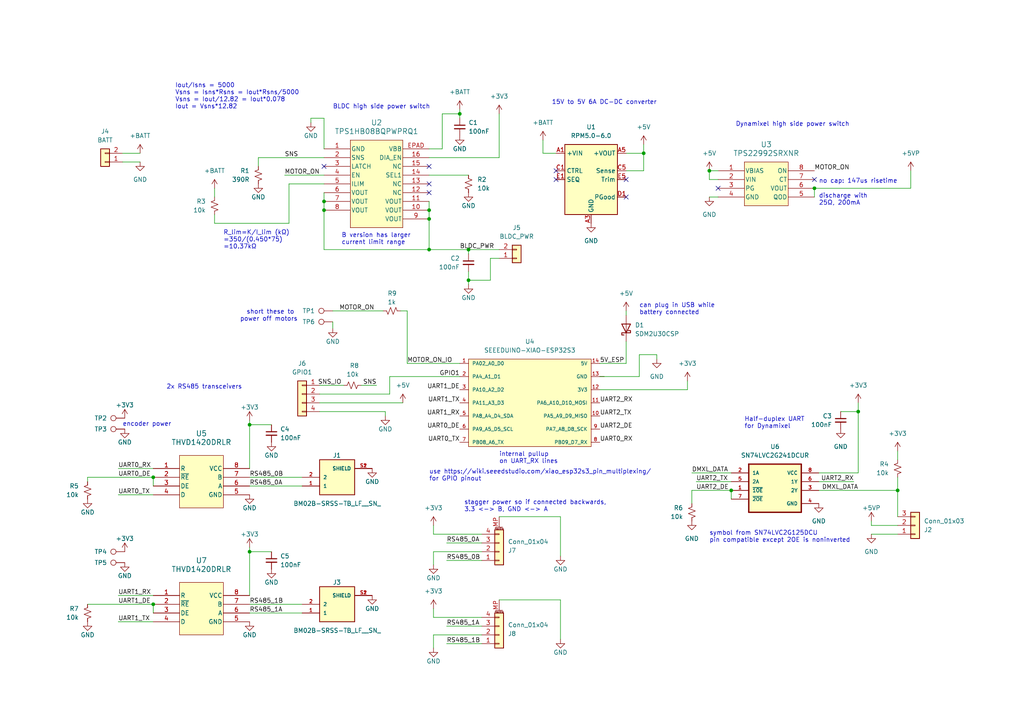
<source format=kicad_sch>
(kicad_sch (version 20230121) (generator eeschema)
  (paper "A4")
  (title_block (title "Squirrelbrain") (date "2024-03-10") (rev "2") (company "Christopher Xu"))
  (lib_symbols
    (symbol "Connector:TestPoint" (pin_numbers hide) (pin_names (offset 0.762) hide)
      (property "Reference" "TP" (at 0 6.858 0))
      (property "Value" "TestPoint" (at 0 5.08 0))
      (symbol "TestPoint_0_1"
        (circle (center 0 3.302) (radius 0.762))
      )
      (symbol "TestPoint_1_1"
        (pin passive line (at 0 0 90) (length 2.54) (name "1") (number "1"))
      )
    )
    (symbol "Connector_Generic:Conn_01x02" (pin_names (offset 1.016) hide)
      (property "Reference" "J" (at 0 2.54 0))
      (property "Value" "Conn_01x02" (at 0 -5.08 0))
      (symbol "Conn_01x02_1_1"
        (rectangle (start -1.27 -2.413) (end 0 -2.667) (stroke (width 0.1524)))
        (rectangle (start -1.27 0.127) (end 0 -0.127) (stroke (width 0.1524)))
        (rectangle (start -1.27 1.27) (end 1.27 -3.81) (stroke (width 0.254)) (fill (type background)))
        (pin passive line (at -5.08 0 0) (length 3.81) (name "Pin_1") (number "1"))
        (pin passive line (at -5.08 -2.54 0) (length 3.81) (name "Pin_2") (number "2"))
      )
    )
    (symbol "Connector_Generic:Conn_01x03" (pin_names (offset 1.016) hide)
      (property "Reference" "J" (at 0 5.08 0))
      (property "Value" "Conn_01x03" (at 0 -5.08 0))
      (symbol "Conn_01x03_1_1"
        (rectangle (start -1.27 -2.413) (end 0 -2.667) (stroke (width 0.1524)))
        (rectangle (start -1.27 0.127) (end 0 -0.127) (stroke (width 0.1524)))
        (rectangle (start -1.27 2.667) (end 0 2.413) (stroke (width 0.1524)))
        (rectangle (start -1.27 3.81) (end 1.27 -3.81) (stroke (width 0.254)) (fill (type background)))
        (pin passive line (at -5.08 2.54 0) (length 3.81) (name "Pin_1") (number "1"))
        (pin passive line (at -5.08 0 0) (length 3.81) (name "Pin_2") (number "2"))
        (pin passive line (at -5.08 -2.54 0) (length 3.81) (name "Pin_3") (number "3"))
      )
    )
    (symbol "Connector_Generic:Conn_01x04" (pin_names (offset 1.016) hide)
      (property "Reference" "J" (at 0 5.08 0))
      (property "Value" "Conn_01x04" (at 0 -7.62 0))
      (symbol "Conn_01x04_1_1"
        (rectangle (start -1.27 -4.953) (end 0 -5.207) (stroke (width 0.1524)))
        (rectangle (start -1.27 -2.413) (end 0 -2.667) (stroke (width 0.1524)))
        (rectangle (start -1.27 0.127) (end 0 -0.127) (stroke (width 0.1524)))
        (rectangle (start -1.27 2.667) (end 0 2.413) (stroke (width 0.1524)))
        (rectangle (start -1.27 3.81) (end 1.27 -6.35) (stroke (width 0.254)) (fill (type background)))
        (pin passive line (at -5.08 2.54 0) (length 3.81) (name "Pin_1") (number "1"))
        (pin passive line (at -5.08 0 0) (length 3.81) (name "Pin_2") (number "2"))
        (pin passive line (at -5.08 -2.54 0) (length 3.81) (name "Pin_3") (number "3"))
        (pin passive line (at -5.08 -5.08 0) (length 3.81) (name "Pin_4") (number "4"))
      )
    )
    (symbol "Connector_Generic_MountingPin:Conn_01x04_MountingPin" (pin_names (offset 1.016) hide)
      (property "Reference" "J" (at 0 5.08 0))
      (property "Value" "Conn_01x04_MountingPin" (at 1.27 -7.62 0))
      (symbol "Conn_01x04_MountingPin_1_1"
        (rectangle (start -1.27 -4.953) (end 0 -5.207) (stroke (width 0.1524)))
        (rectangle (start -1.27 -2.413) (end 0 -2.667) (stroke (width 0.1524)))
        (rectangle (start -1.27 0.127) (end 0 -0.127) (stroke (width 0.1524)))
        (rectangle (start -1.27 2.667) (end 0 2.413) (stroke (width 0.1524)))
        (rectangle (start -1.27 3.81) (end 1.27 -6.35) (stroke (width 0.254)) (fill (type background)))
        (polyline (pts (xy -1.016 -7.112) (xy 1.016 -7.112)) (stroke (width 0.1524)))
        (text "Mounting" (at 0 -6.731 0) (effects (font (size 0.381 0.381))))
        (pin passive line (at -5.08 2.54 0) (length 3.81) (name "Pin_1") (number "1"))
        (pin passive line (at -5.08 0 0) (length 3.81) (name "Pin_2") (number "2"))
        (pin passive line (at -5.08 -2.54 0) (length 3.81) (name "Pin_3") (number "3"))
        (pin passive line (at -5.08 -5.08 0) (length 3.81) (name "Pin_4") (number "4"))
        (pin passive line (at 0 -10.16 90) (length 3.048) (name "MountPin") (number "MP"))
      )
    )
    (symbol "Converter_DCDC:RPM5.0-6.0"
      (property "Reference" "U" (at -6.35 11.43 0))
      (property "Value" "RPM5.0-6.0" (at 3.81 11.43 0))
      (symbol "RPM5.0-6.0_0_1"
        (rectangle (start -7.62 10.16) (end 7.62 -10.16) (stroke (width 0.254)) (fill (type background)))
      )
      (symbol "RPM5.0-6.0_1_1"
        (pin power_in line (at -10.16 7.62 0) (length 2.54) (name "+VIN") (number "A1"))
        (pin passive line (at -10.16 7.62 0) (length 2.54) hide (name "+VIN") (number "A2"))
        (pin power_in line (at 0 -12.7 90) (length 2.54) (name "GND") (number "A3"))
        (pin passive line (at 0 -12.7 90) (length 2.54) hide (name "GND") (number "A4"))
        (pin power_out line (at 10.16 7.62 180) (length 2.54) (name "+VOUT") (number "A5"))
        (pin passive line (at 0 -12.7 90) (length 2.54) hide (name "GND") (number "B1"))
        (pin passive line (at 0 -12.7 90) (length 2.54) hide (name "GND") (number "B2"))
        (pin passive line (at 0 -12.7 90) (length 2.54) hide (name "GND") (number "B3"))
        (pin passive line (at 0 -12.7 90) (length 2.54) hide (name "GND") (number "B4"))
        (pin passive line (at 10.16 7.62 180) (length 2.54) hide (name "+VOUT") (number "B5"))
        (pin input line (at -10.16 2.54 0) (length 2.54) (name "CTRL") (number "C1"))
        (pin passive line (at 0 -12.7 90) (length 2.54) hide (name "GND") (number "C2"))
        (pin passive line (at 0 -12.7 90) (length 2.54) hide (name "GND") (number "C3"))
        (pin passive line (at 0 -12.7 90) (length 2.54) hide (name "GND") (number "C4"))
        (pin input line (at 10.16 2.54 180) (length 2.54) (name "Sense") (number "C5"))
        (pin output line (at 10.16 -5.08 180) (length 2.54) (name "PGood") (number "D1"))
        (pin passive line (at 0 -12.7 90) (length 2.54) hide (name "GND") (number "D2"))
        (pin passive line (at 0 -12.7 90) (length 2.54) hide (name "GND") (number "D3"))
        (pin passive line (at 0 -12.7 90) (length 2.54) hide (name "GND") (number "D4"))
        (pin passive line (at 0 -12.7 90) (length 2.54) hide (name "GND") (number "D5"))
        (pin passive line (at -10.16 0 0) (length 2.54) (name "SEQ") (number "E1"))
        (pin no_connect line (at -7.62 -5.08 0) (length 2.54) hide (name "NC") (number "E2"))
        (pin passive line (at 0 -12.7 90) (length 2.54) hide (name "GND") (number "E3"))
        (pin passive line (at 0 -12.7 90) (length 2.54) hide (name "GND") (number "E4"))
        (pin input line (at 10.16 0 180) (length 2.54) (name "Trim") (number "E5"))
      )
    )
    (symbol "Device:C_Small" (pin_numbers hide) (pin_names (offset 0.254) hide)
      (property "Reference" "C" (at 0.254 1.778 0))
      (property "Value" "C_Small" (at 0.254 -2.032 0))
      (symbol "C_Small_0_1"
        (polyline (pts (xy -1.524 -0.508) (xy 1.524 -0.508)) (stroke (width 0.3302)))
        (polyline (pts (xy -1.524 0.508) (xy 1.524 0.508)) (stroke (width 0.3048)))
      )
      (symbol "C_Small_1_1"
        (pin passive line (at 0 2.54 270) (length 2.032) (name "~") (number "1"))
        (pin passive line (at 0 -2.54 90) (length 2.032) (name "~") (number "2"))
      )
    )
    (symbol "Device:D_Schottky" (pin_numbers hide) (pin_names (offset 1.016) hide)
      (property "Reference" "D" (at 0 2.54 0))
      (property "Value" "D_Schottky" (at 0 -2.54 0))
      (symbol "D_Schottky_0_1"
        (polyline (pts (xy 1.27 0) (xy -1.27 0)))
        (polyline (pts (xy 1.27 1.27) (xy 1.27 -1.27) (xy -1.27 0) (xy 1.27 1.27)) (stroke (width 0.254)))
        (polyline (pts (xy -1.905 0.635) (xy -1.905 1.27) (xy -1.27 1.27) (xy -1.27 -1.27) (xy -0.635 -1.27) (xy -0.635 -0.635)) (stroke (width 0.254)))
      )
      (symbol "D_Schottky_1_1"
        (pin passive line (at -3.81 0 0) (length 2.54) (name "K") (number "1"))
        (pin passive line (at 3.81 0 180) (length 2.54) (name "A") (number "2"))
      )
    )
    (symbol "Device:R_Small_US" (pin_numbers hide) (pin_names (offset 0.254) hide)
      (property "Reference" "R" (at 0.762 0.508 0))
      (property "Value" "R_Small_US" (at 0.762 -1.016 0))
      (symbol "R_Small_US_1_1"
        (polyline (pts (xy 0 0) (xy 1.016 -0.381) (xy 0 -0.762) (xy -1.016 -1.143) (xy 0 -1.524)))
        (polyline (pts (xy 0 1.524) (xy 1.016 1.143) (xy 0 0.762) (xy -1.016 0.381) (xy 0 0)))
        (pin passive line (at 0 2.54 270) (length 1.016) (name "~") (number "1"))
        (pin passive line (at 0 -2.54 90) (length 1.016) (name "~") (number "2"))
      )
    )
    (symbol "power:+3V3" (power) (pin_names (offset 0))
      (property "Value" "+3V3" (at 0 3.556 0))
      (symbol "+3V3_0_1"
        (polyline (pts (xy -0.762 1.27) (xy 0 2.54)))
        (polyline (pts (xy 0 0) (xy 0 2.54)))
        (polyline (pts (xy 0 2.54) (xy 0.762 1.27)))
      )
      (symbol "+3V3_1_1"
        (pin power_in line (at 0 0 90) (length 0) hide (name "+3V3") (number "1"))
      )
    )
    (symbol "power:+5V" (power) (pin_names (offset 0))
      (property "Value" "+5V" (at 0 3.556 0))
      (symbol "+5V_0_1"
        (polyline (pts (xy -0.762 1.27) (xy 0 2.54)))
        (polyline (pts (xy 0 0) (xy 0 2.54)))
        (polyline (pts (xy 0 2.54) (xy 0.762 1.27)))
      )
      (symbol "+5V_1_1"
        (pin power_in line (at 0 0 90) (length 0) hide (name "+5V") (number "1"))
      )
    )
    (symbol "power:+5VP" (power) (pin_names (offset 0))
      (property "Value" "+5VP" (at 0 3.556 0))
      (symbol "+5VP_0_1"
        (polyline (pts (xy -0.762 1.27) (xy 0 2.54)))
        (polyline (pts (xy 0 0) (xy 0 2.54)))
        (polyline (pts (xy 0 2.54) (xy 0.762 1.27)))
      )
      (symbol "+5VP_1_1"
        (pin power_in line (at 0 0 90) (length 0) hide (name "+5VP") (number "1"))
      )
    )
    (symbol "power:+BATT" (power) (pin_names (offset 0))
      (property "Value" "+BATT" (at 0 3.556 0))
      (symbol "+BATT_0_1"
        (polyline (pts (xy -0.762 1.27) (xy 0 2.54)))
        (polyline (pts (xy 0 0) (xy 0 2.54)))
        (polyline (pts (xy 0 2.54) (xy 0.762 1.27)))
      )
      (symbol "+BATT_1_1"
        (pin power_in line (at 0 0 90) (length 0) hide (name "+BATT") (number "1"))
      )
    )
    (symbol "power:GND" (power) (pin_names (offset 0))
      (property "Value" "GND" (at 0 -3.81 0))
      (symbol "GND_0_1"
        (polyline (pts (xy 0 0) (xy 0 -1.27) (xy 1.27 -1.27) (xy 0 -2.54) (xy -1.27 -1.27) (xy 0 -1.27)))
      )
      (symbol "GND_1_1"
        (pin power_in line (at 0 0 270) (length 0) hide (name "GND") (number "1"))
      )
    )
    (symbol "squirrelbrain:BM02B-SRSS-TB_LF__SN_" (pin_names (offset 1.016))
      (property "Reference" "J" (at 0 6.35 0))
      (property "Value" "BM02B-SRSS-TB_LF__SN_" (at -11.43 -7.62 0))
      (symbol "BM02B-SRSS-TB_LF__SN__0_0"
        (rectangle (start -5.08 5.08) (end 5.08 -5.08) (stroke (width 0.254)) (fill (type background)))
        (pin passive line (at -10.16 2.54 0) (length 5.08) (name "1") (number "1"))
        (pin passive line (at -10.16 0 0) (length 5.08) (name "2") (number "2"))
        (pin passive line (at 10.16 -2.54 180) (length 5.08) (name "SHIELD") (number "S1"))
        (pin passive line (at 10.16 -2.54 180) (length 5.08) (name "SHIELD") (number "S2"))
      )
    )
    (symbol "squirrelbrain:SEEEDUINO-XIAO-ESP32S3" (pin_names (offset 1.016))
      (property "Reference" "U" (at -13.97 16.51 0))
      (property "Value" "SEEEDUINO-XIAO-ESP32S3" (at -13.97 13.97 0))
      (symbol "SEEEDUINO-XIAO-ESP32S3_0_0"
        (polyline (pts (xy 21.59 7.62) (xy 20.32 7.62)) (stroke (width 0.1524)))
        (pin bidirectional line (at -20.32 11.43 0) (length 2.54) (name "PA02_A0_D0") (number "1"))
        (pin bidirectional line (at 20.32 -3.81 180) (length 2.54) (name "PA5_A9_D9_MISO") (number "10"))
        (pin bidirectional line (at 20.32 0 180) (length 2.54) (name "PA6_A10_D10_MOSI") (number "11"))
        (pin bidirectional line (at 20.32 3.81 180) (length 2.54) (name "3V3") (number "12"))
        (pin bidirectional line (at 20.32 7.62 180) (length 2.54) (name "GND") (number "13"))
        (pin bidirectional line (at 20.32 11.43 180) (length 2.54) (name "5V") (number "14"))
        (pin bidirectional line (at -20.32 7.62 0) (length 2.54) (name "PA4_A1_D1") (number "2"))
        (pin bidirectional line (at -20.32 3.81 0) (length 2.54) (name "PA10_A2_D2") (number "3"))
        (pin bidirectional line (at -20.32 0 0) (length 2.54) (name "PA11_A3_D3") (number "4"))
        (pin bidirectional line (at -20.32 -3.81 0) (length 2.54) (name "PA8_A4_D4_SDA") (number "5"))
        (pin bidirectional line (at -20.32 -7.62 0) (length 2.54) (name "PA9_A5_D5_SCL") (number "6"))
        (pin bidirectional line (at -20.32 -11.43 0) (length 2.54) (name "PB08_A6_TX") (number "7"))
        (pin bidirectional line (at 20.32 -11.43 180) (length 2.54) (name "PB09_D7_RX") (number "8"))
        (pin bidirectional line (at 20.32 -7.62 180) (length 2.54) (name "PA7_A8_D8_SCK") (number "9"))
      )
      (symbol "SEEEDUINO-XIAO-ESP32S3_1_1"
        (rectangle (start -17.78 12.7) (end 17.78 -12.7) (fill (type background)))
      )
    )
    (symbol "squirrelbrain:SN74LVC2G125DCUR" (pin_names (offset 1.016))
      (property "Reference" "U" (at -7.62 11.43 0))
      (property "Value" "SN74LVC2G125DCUR" (at -10.16 8.89 0))
      (symbol "SN74LVC2G125DCUR_0_0"
        (rectangle (start -7.62 7.62) (end 7.62 -6.35) (stroke (width 0.41)) (fill (type background)))
        (pin input line (at -12.7 0 0) (length 5.08) (name "~{1OE}") (number "1"))
        (pin input line (at -12.7 5.08 0) (length 5.08) (name "1A") (number "2"))
        (pin output line (at 12.7 0 180) (length 5.08) (name "2Y") (number "3"))
        (pin power_in line (at 12.7 -3.81 180) (length 5.08) (name "GND") (number "4"))
        (pin input line (at -12.7 2.54 0) (length 5.08) (name "2A") (number "5"))
        (pin output line (at 12.7 2.54 180) (length 5.08) (name "1Y") (number "6"))
        (pin input line (at -12.7 -2.54 0) (length 5.08) (name "~{2OE}") (number "7"))
        (pin power_in line (at 12.7 5.08 180) (length 5.08) (name "VCC") (number "8"))
      )
    )
    (symbol "squirrelbrain:THVD1420DRLR" (pin_names (offset 0.254))
      (property "Reference" "U" (at 0 13.97 0))
      (property "Value" "THVD1420DRLR" (at 0 11.43 0))
      (symbol "THVD1420DRLR_0_1"
        (pin output line (at -13.97 3.81 0) (length 7.62) (name "R") (number "1"))
        (pin input line (at -13.97 -1.27 0) (length 7.62) (name "DE") (number "3"))
        (pin input line (at -13.97 -3.81 0) (length 7.62) (name "D") (number "4"))
        (pin power_out line (at 13.97 -3.81 180) (length 7.62) (name "GND") (number "5"))
        (pin bidirectional line (at 13.97 -1.27 180) (length 7.62) (name "A") (number "6"))
        (pin bidirectional line (at 13.97 1.27 180) (length 7.62) (name "B") (number "7"))
        (pin power_in line (at 13.97 3.81 180) (length 7.62) (name "VCC") (number "8"))
      )
      (symbol "THVD1420DRLR_1_1"
        (rectangle (start -6.35 7.62) (end 6.35 -7.62) (fill (type background)))
        (pin input line (at -13.97 1.27 0) (length 7.62) (name "~{RE}") (number "2"))
      )
    )
    (symbol "squirrelbrain:TPS1HB08AQPWPRQ1" (pin_names (offset 0.254))
      (property "Reference" "U" (at 0 20.32 0))
      (property "Value" "TPS1HB08BQPWPRQ1" (at 0 17.78 0))
      (symbol "TPS1HB08AQPWPRQ1_1_1"
        (rectangle (start -7.62 12.7) (end 7.62 -12.7) (fill (type background)))
        (pin unspecified line (at -15.24 10.16 0) (length 7.62) (name "GND") (number "1"))
        (pin unspecified line (at 15.24 -7.62 180) (length 7.62) (name "VOUT") (number "10"))
        (pin unspecified line (at 15.24 -5.08 180) (length 7.62) (name "VOUT") (number "11"))
        (pin unspecified line (at 15.24 -2.54 180) (length 7.62) (name "NC") (number "12"))
        (pin unspecified line (at 15.24 0 180) (length 7.62) (name "NC") (number "13"))
        (pin unspecified line (at 15.24 2.54 180) (length 7.62) (name "SEL1") (number "14"))
        (pin unspecified line (at 15.24 5.08 180) (length 7.62) (name "NC") (number "15"))
        (pin unspecified line (at 15.24 7.62 180) (length 7.62) (name "DIA_EN") (number "16"))
        (pin unspecified line (at -15.24 7.62 0) (length 7.62) (name "SNS") (number "2"))
        (pin unspecified line (at -15.24 5.08 0) (length 7.62) (name "LATCH") (number "3"))
        (pin unspecified line (at -15.24 2.54 0) (length 7.62) (name "EN") (number "4"))
        (pin unspecified line (at -15.24 0 0) (length 7.62) (name "ILIM") (number "5"))
        (pin unspecified line (at -15.24 -2.54 0) (length 7.62) (name "VOUT") (number "6"))
        (pin unspecified line (at -15.24 -5.08 0) (length 7.62) (name "VOUT") (number "7"))
        (pin unspecified line (at -15.24 -7.62 0) (length 7.62) (name "VOUT") (number "8"))
        (pin unspecified line (at 15.24 -10.16 180) (length 7.62) (name "VOUT") (number "9"))
        (pin unspecified line (at 15.24 10.16 180) (length 7.62) (name "VBB") (number "EPAD"))
      )
    )
    (symbol "squirrelbrain:TPS22992SRXNR" (pin_names (offset 0.254))
      (property "Reference" "U" (at 0 11.43 0))
      (property "Value" "TPS22992SRXNR" (at 0 8.89 0))
      (symbol "TPS22992SRXNR_0_1"
        (pin input line (at -13.97 3.81 0) (length 7.62) (name "VBIAS") (number "1"))
        (pin input line (at -13.97 1.27 0) (length 7.62) (name "VIN") (number "2"))
        (pin output line (at -13.97 -1.27 0) (length 7.62) (name "PG") (number "3"))
        (pin power_out line (at -13.97 -3.81 0) (length 7.62) (name "GND") (number "4"))
        (pin unspecified line (at 13.97 -3.81 180) (length 7.62) (name "QOD") (number "5"))
        (pin output line (at 13.97 -1.27 180) (length 7.62) (name "VOUT") (number "6"))
        (pin output line (at 13.97 1.27 180) (length 7.62) (name "CT") (number "7"))
        (pin input line (at 13.97 3.81 180) (length 7.62) (name "ON") (number "8"))
      )
      (symbol "TPS22992SRXNR_1_1"
        (rectangle (start -6.35 6.35) (end 6.35 -6.35) (fill (type background)))
      )
    )
  )
  (junction (at 44.45 175.26))
  (junction (at 186.69 44.45))
  (junction (at 236.22 54.61))
  (junction (at 72.39 160.02))
  (junction (at 135.89 81.28))
  (junction (at 93.98 58.42))
  (junction (at 124.46 63.5))
  (junction (at 205.74 49.53))
  (junction (at 212.09 142.24))
  (junction (at 124.46 72.39))
  (junction (at 93.98 60.96))
  (junction (at 260.35 142.24))
  (junction (at 44.45 138.43))
  (junction (at 133.35 33.02))
  (junction (at 248.92 119.38))
  (junction (at 124.46 60.96))
  (junction (at 72.39 123.19))
  (junction (at 135.89 72.39))
  (no_connect (at 181.61 57.15))
  (no_connect (at 208.28 54.61))
  (no_connect (at 124.46 48.26))
  (no_connect (at 236.22 52.07))
  (no_connect (at 124.46 55.88))
  (no_connect (at 124.46 53.34))
  (no_connect (at 93.98 48.26))
  (no_connect (at 161.29 49.53))
  (no_connect (at 181.61 52.07))
  (no_connect (at 161.29 52.07))
  (wire (pts (xy 135.89 81.28) (xy 142.24 81.28)))
  (wire (pts (xy 72.39 123.19) (xy 78.74 123.19)))
  (wire (pts (xy 205.74 57.15) (xy 208.28 57.15)))
  (wire (pts (xy 252.73 154.94) (xy 260.35 154.94)))
  (wire (pts (xy 125.73 154.94) (xy 125.73 152.4)))
  (wire (pts (xy 124.46 72.39) (xy 135.89 72.39)))
  (wire (pts (xy 129.54 157.48) (xy 139.7 157.48)))
  (wire (pts (xy 181.61 91.44) (xy 181.61 90.17)))
  (wire (pts (xy 72.39 123.19) (xy 72.39 135.89)))
  (wire (pts (xy 124.46 50.8) (xy 135.89 50.8)))
  (wire (pts (xy 93.98 55.88) (xy 93.98 58.42)))
  (wire (pts (xy 199.39 110.49) (xy 199.39 113.03)))
  (wire (pts (xy 260.35 130.81) (xy 260.35 133.35)))
  (wire (pts (xy 62.23 62.23) (xy 62.23 64.77)))
  (wire (pts (xy 260.35 142.24) (xy 260.35 149.86)))
  (wire (pts (xy 90.17 34.29) (xy 90.17 35.56)))
  (wire (pts (xy 74.93 48.26) (xy 74.93 45.72)))
  (wire (pts (xy 173.99 105.41) (xy 181.61 105.41)))
  (wire (pts (xy 128.27 33.02) (xy 133.35 33.02)))
  (wire (pts (xy 236.22 54.61) (xy 264.16 54.61)))
  (wire (pts (xy 93.98 72.39) (xy 124.46 72.39)))
  (wire (pts (xy 125.73 187.96) (xy 125.73 184.15)))
  (wire (pts (xy 62.23 54.61) (xy 62.23 57.15)))
  (wire (pts (xy 124.46 45.72) (xy 144.78 45.72)))
  (wire (pts (xy 113.03 109.22) (xy 133.35 109.22)))
  (wire (pts (xy 205.74 52.07) (xy 205.74 49.53)))
  (wire (pts (xy 34.29 135.89) (xy 44.45 135.89)))
  (wire (pts (xy 205.74 49.53) (xy 208.28 49.53)))
  (wire (pts (xy 135.89 82.55) (xy 135.89 81.28)))
  (wire (pts (xy 248.92 116.84) (xy 248.92 119.38)))
  (wire (pts (xy 243.84 119.38) (xy 248.92 119.38)))
  (wire (pts (xy 135.89 73.66) (xy 135.89 72.39)))
  (wire (pts (xy 144.78 149.86) (xy 162.56 149.86)))
  (wire (pts (xy 83.82 53.34) (xy 83.82 64.77)))
  (wire (pts (xy 260.35 138.43) (xy 260.35 142.24)))
  (wire (pts (xy 260.35 152.4) (xy 252.73 152.4)))
  (wire (pts (xy 113.03 114.3) (xy 113.03 109.22)))
  (wire (pts (xy 44.45 175.26) (xy 44.45 177.8)))
  (wire (pts (xy 144.78 173.99) (xy 162.56 173.99)))
  (wire (pts (xy 129.54 186.69) (xy 139.7 186.69)))
  (wire (pts (xy 125.73 184.15) (xy 139.7 184.15)))
  (wire (pts (xy 142.24 74.93) (xy 142.24 81.28)))
  (wire (pts (xy 92.71 114.3) (xy 113.03 114.3)))
  (wire (pts (xy 34.29 143.51) (xy 44.45 143.51)))
  (wire (pts (xy 93.98 58.42) (xy 93.98 60.96)))
  (wire (pts (xy 62.23 64.77) (xy 83.82 64.77)))
  (wire (pts (xy 248.92 119.38) (xy 248.92 137.16)))
  (wire (pts (xy 124.46 43.18) (xy 128.27 43.18)))
  (wire (pts (xy 25.4 175.26) (xy 44.45 175.26)))
  (wire (pts (xy 104.775 111.76) (xy 109.22 111.76)))
  (wire (pts (xy 72.39 140.97) (xy 87.63 140.97)))
  (wire (pts (xy 142.24 74.93) (xy 144.78 74.93)))
  (wire (pts (xy 74.93 45.72) (xy 93.98 45.72)))
  (wire (pts (xy 92.71 111.76) (xy 99.695 111.76)))
  (wire (pts (xy 93.98 34.29) (xy 90.17 34.29)))
  (wire (pts (xy 125.73 163.83) (xy 125.73 160.02)))
  (wire (pts (xy 135.89 72.39) (xy 144.78 72.39)))
  (wire (pts (xy 111.76 119.38) (xy 92.71 119.38)))
  (wire (pts (xy 201.93 139.7) (xy 212.09 139.7)))
  (wire (pts (xy 96.52 90.17) (xy 111.125 90.17)))
  (wire (pts (xy 128.27 43.18) (xy 128.27 33.02)))
  (wire (pts (xy 208.28 52.07) (xy 205.74 52.07)))
  (wire (pts (xy 92.71 116.84) (xy 116.84 116.84)))
  (wire (pts (xy 118.11 90.17) (xy 116.205 90.17)))
  (wire (pts (xy 96.52 93.345) (xy 96.52 95.25)))
  (wire (pts (xy 111.76 120.65) (xy 111.76 119.38)))
  (wire (pts (xy 133.35 33.02) (xy 133.35 34.29)))
  (wire (pts (xy 93.98 60.96) (xy 93.98 72.39)))
  (wire (pts (xy 93.98 43.18) (xy 93.98 34.29)))
  (wire (pts (xy 173.99 109.22) (xy 185.42 109.22)))
  (wire (pts (xy 139.7 154.94) (xy 125.73 154.94)))
  (wire (pts (xy 34.29 180.34) (xy 44.45 180.34)))
  (wire (pts (xy 264.16 54.61) (xy 264.16 49.53)))
  (wire (pts (xy 248.92 137.16) (xy 237.49 137.16)))
  (wire (pts (xy 186.69 41.91) (xy 186.69 44.45)))
  (wire (pts (xy 124.46 63.5) (xy 124.46 72.39)))
  (wire (pts (xy 72.39 121.92) (xy 72.39 123.19)))
  (wire (pts (xy 25.4 139.7) (xy 25.4 138.43)))
  (wire (pts (xy 25.4 138.43) (xy 44.45 138.43)))
  (wire (pts (xy 181.61 49.53) (xy 186.69 49.53)))
  (wire (pts (xy 135.89 81.28) (xy 135.89 78.74)))
  (wire (pts (xy 186.69 49.53) (xy 186.69 44.45)))
  (wire (pts (xy 162.56 173.99) (xy 162.56 185.42)))
  (wire (pts (xy 199.39 113.03) (xy 173.99 113.03)))
  (wire (pts (xy 129.54 181.61) (xy 139.7 181.61)))
  (wire (pts (xy 144.78 45.72) (xy 144.78 33.02)))
  (wire (pts (xy 72.39 177.8) (xy 87.63 177.8)))
  (wire (pts (xy 237.49 142.24) (xy 260.35 142.24)))
  (wire (pts (xy 124.46 58.42) (xy 124.46 60.96)))
  (wire (pts (xy 181.61 105.41) (xy 181.61 99.06)))
  (wire (pts (xy 125.73 160.02) (xy 139.7 160.02)))
  (wire (pts (xy 93.98 53.34) (xy 83.82 53.34)))
  (wire (pts (xy 236.22 54.61) (xy 236.22 57.15)))
  (wire (pts (xy 118.11 90.17) (xy 118.11 105.41)))
  (wire (pts (xy 162.56 149.86) (xy 162.56 161.29)))
  (wire (pts (xy 125.73 179.07) (xy 125.73 176.53)))
  (wire (pts (xy 185.42 109.22) (xy 185.42 102.87)))
  (wire (pts (xy 35.56 46.99) (xy 40.64 46.99)))
  (wire (pts (xy 161.29 44.45) (xy 157.48 44.45)))
  (wire (pts (xy 35.56 44.45) (xy 40.64 44.45)))
  (wire (pts (xy 82.55 50.8) (xy 93.98 50.8)))
  (wire (pts (xy 44.45 138.43) (xy 44.45 140.97)))
  (wire (pts (xy 200.66 142.24) (xy 212.09 142.24)))
  (wire (pts (xy 181.61 44.45) (xy 186.69 44.45)))
  (wire (pts (xy 252.73 152.4) (xy 252.73 151.13)))
  (wire (pts (xy 139.7 179.07) (xy 125.73 179.07)))
  (wire (pts (xy 185.42 102.87) (xy 190.5 102.87)))
  (wire (pts (xy 124.46 60.96) (xy 124.46 63.5)))
  (wire (pts (xy 157.48 44.45) (xy 157.48 40.64)))
  (wire (pts (xy 72.39 160.02) (xy 72.39 172.72)))
  (wire (pts (xy 190.5 102.87) (xy 190.5 104.14)))
  (wire (pts (xy 72.39 175.26) (xy 87.63 175.26)))
  (wire (pts (xy 200.66 137.16) (xy 212.09 137.16)))
  (wire (pts (xy 118.11 105.41) (xy 133.35 105.41)))
  (wire (pts (xy 133.35 33.02) (xy 133.35 31.75)))
  (wire (pts (xy 212.09 142.24) (xy 212.09 144.78)))
  (wire (pts (xy 72.39 158.75) (xy 72.39 160.02)))
  (wire (pts (xy 237.49 139.7) (xy 247.65 139.7)))
  (wire (pts (xy 200.66 142.24) (xy 200.66 146.05)))
  (wire (pts (xy 129.54 162.56) (xy 139.7 162.56)))
  (wire (pts (xy 34.29 172.72) (xy 44.45 172.72)))
  (wire (pts (xy 72.39 160.02) (xy 78.74 160.02)))
  (wire (pts (xy 72.39 138.43) (xy 87.63 138.43)))
  (text "Dynamixel high side power switch" (at 213.36 36.83 0) (effects (font (size 1.27 1.27)) (justify left bottom)))
  (text "Iout/Isns = 5000\nVsns = Isns*Rsns = Iout*Rsns/5000\nVsns = Iout/12.82 = Iout*0.078\nIout = Vsns*12.82" (at 50.8 31.75 0) (effects (font (size 1.27 1.27)) (justify left bottom)))
  (text "can plug in USB while \nbattery connected" (at 185.42 91.44 0) (effects (font (size 1.27 1.27)) (justify left bottom)))
  (text "no cap: 147us risetime" (at 237.49 53.34 0) (effects (font (size 1.27 1.27)) (justify left bottom)))
  (text "short these to \npower off motors" (at 86.36 93.345 0) (effects (font (size 1.27 1.27)) (justify right bottom)))
  (text "use https://wiki.seeedstudio.com/xiao_esp32s3_pin_multiplexing/\nfor GPIO pinout" (at 124.46 139.7 0) (effects (font (size 1.27 1.27)) (justify left bottom)))
  (text "encoder power" (at 35.56 123.825 0) (effects (font (size 1.27 1.27)) (justify left bottom)))
  (text "stagger power so if connected backwards,\n3.3 <-> B, GND <-> A \n" (at 134.62 148.59 0) (effects (font (size 1.27 1.27)) (justify left bottom)))
  (text "discharge with \n25Ω, 200mA" (at 237.49 59.69 0) (effects (font (size 1.27 1.27)) (justify left bottom)))
  (text "15V to 5V 6A DC-DC converter" (at 160.02 30.48 0) (effects (font (size 1.27 1.27)) (justify left bottom)))
  (text "R_lim=K/I_lim (kΩ)\n=350/(0.450*75)\n=10.37kΩ" (at 64.77 72.39 0) (effects (font (size 1.27 1.27)) (justify left bottom)))
  (text "Half-duplex UART\nfor Dynamixel" (at 215.9 124.46 0) (effects (font (size 1.27 1.27)) (justify left bottom)))
  (text "internal pullup\non UART_RX lines" (at 144.78 134.62 0) (effects (font (size 1.27 1.27)) (justify left bottom)))
  (text "2x RS485 transceivers" (at 48.26 113.03 0) (effects (font (size 1.27 1.27)) (justify left bottom)))
  (text "B version has larger \ncurrent limit range" (at 99.06 71.12 0) (effects (font (size 1.27 1.27)) (justify left bottom)))
  (text "symbol from SN74LVC2G125DCU\npin compatible except 2OE is noninverted" (at 205.74 157.48 0) (effects (font (size 1.27 1.27)) (justify left bottom)))
  (text "BLDC high side power switch" (at 96.52 31.75 0) (effects (font (size 1.27 1.27)) (justify left bottom)))
  (label "MOTOR_ON" (at 236.22 49.53 0))
  (label "BLDC_PWR" (at 133.35 72.39 0))
  (label "UART0_DE" (at 133.35 124.46 180))
  (label "UART1_TX" (at 133.35 116.84 180))
  (label "UART0_TX" (at 133.35 128.27 180))
  (label "SNS" (at 82.55 45.72 0))
  (label "RS485_0A" (at 72.39 140.97 0))
  (label "RS485_0B" (at 129.54 162.56 0))
  (label "MOTOR_ON" (at 82.55 50.8 0))
  (label "UART2_TX" (at 173.99 120.65 0))
  (label "RS485_1B" (at 129.54 186.69 0))
  (label "UART2_DE" (at 201.93 142.24 0))
  (label "UART1_RX" (at 133.35 120.65 180))
  (label "UART0_DE" (at 34.29 138.43 0))
  (label "DMXL_DATA" (at 200.66 137.16 0))
  (label "RS485_0A" (at 129.54 157.48 0))
  (label "SNS_IO" (at 99.06 111.76 180))
  (label "RS485_1B" (at 72.39 175.26 0))
  (label "UART0_RX" (at 173.99 128.27 0))
  (label "UART1_DE" (at 34.29 175.26 0))
  (label "UART2_DE" (at 173.99 124.46 0))
  (label "UART1_DE" (at 133.35 113.03 180))
  (label "UART2_RX" (at 173.99 116.84 0))
  (label "DMXL_DATA" (at 248.92 142.24 180))
  (label "UART2_RX" (at 247.65 139.7 180))
  (label "RS485_1A" (at 72.39 177.8 0))
  (label "5V_ESP" (at 173.99 105.41 0))
  (label "MOTOR_ON" (at 108.585 90.17 180))
  (label "UART1_TX" (at 34.29 180.34 0))
  (label "GPIO1" (at 133.35 109.22 180))
  (label "UART1_RX" (at 34.29 172.72 0))
  (label "MOTOR_ON_IO" (at 118.11 105.41 0))
  (label "RS485_1A" (at 129.54 181.61 0))
  (label "UART0_RX" (at 34.29 135.89 0))
  (label "RS485_0B" (at 72.39 138.43 0))
  (label "SNS" (at 109.22 111.76 180))
  (label "UART2_TX" (at 201.93 139.7 0))
  (label "UART0_TX" (at 34.29 143.51 0))
  (symbol (lib_id "Connector:TestPoint") (at 36.195 121.285 90) (unit 1) (in_bom no)
    (property "Reference" "TP2" (at 29.21 121.285 90))
    (property "Value" "TestPoint" (effects hide))
    (property "Footprint" "squirrelbrain:TestPoint_Pad_Rect" (effects hide))
  )
  (symbol (lib_id "Device:R_Small_US") (at 260.35 135.89 0) (mirror x) (unit 1)
    (property "Reference" "R4" (at 257.81 134.62 0) (effects (justify right)))
    (property "Value" "10k" (at 257.81 137.16 0) (effects (justify right)))
    (property "Footprint" "Resistor_SMD:R_0402_1005Metric" (effects hide))
    (property "MP" "RC0402FR-0710KL" (effects hide))
    (property "Vendor" "Inventory" (effects hide))
    (property "Vendor #" "311-10.0KLRCT-ND" (effects hide))
  )
  (symbol (lib_id "power:GND") (at 72.39 143.51 0) (unit 1)
    (property "Reference" "#PWR025" (effects hide))
    (property "Value" "GND" (at 72.39 147.32 0))
  )
  (symbol (lib_id "Converter_DCDC:RPM5.0-6.0") (at 171.45 52.07 0) (unit 1)
    (property "Reference" "U1" (at 171.45 36.83 0))
    (property "Value" "RPM5.0-6.0" (at 171.45 39.37 0))
    (property "Footprint" "Converter_DCDC:Converter_DCDC_RECOM_RPMx.x-x.0" (effects hide))
    (property "Datasheet" "https://www.recom-power.com/pdf/Innoline/RPM-6.0.pdf" (effects hide))
    (property "MP" "RPM5.0-6.0" (effects hide))
    (property "Vendor" "Digikey" (effects hide))
    (property "Vendor #" "945-RPM5.0-6.0CT-ND" (effects hide))
  )
  (symbol (lib_id "power:GND") (at 78.74 128.27 0) (unit 1)
    (property "Reference" "#PWR023" (effects hide))
    (property "Value" "GND" (at 78.74 132.08 0))
  )
  (symbol (lib_id "power:+3V3") (at 248.92 116.84 0) (unit 1)
    (property "Reference" "#PWR020" (effects hide))
    (property "Value" "+3V3" (at 248.92 111.76 0))
  )
  (symbol (lib_id "power:GND") (at 205.74 57.15 0) (unit 1)
    (property "Reference" "#PWR013" (effects hide))
    (property "Value" "GND" (at 205.74 62.23 0))
  )
  (symbol (lib_id "power:GND") (at 25.4 144.78 0) (unit 1)
    (property "Reference" "#PWR026" (effects hide))
    (property "Value" "GND" (at 25.4 148.59 0))
  )
  (symbol (lib_id "power:GND") (at 111.76 120.65 0) (unit 1)
    (property "Reference" "#PWR037" (effects hide))
    (property "Value" "GND" (at 111.76 124.46 0))
  )
  (symbol (lib_id "power:+3V3") (at 36.195 160.02 0) (unit 1)
    (property "Reference" "#PWR041" (effects hide))
    (property "Value" "+3V3" (at 36.195 156.21 0))
  )
  (symbol (lib_id "power:+3V3") (at 72.39 158.75 0) (unit 1)
    (property "Reference" "#PWR031" (effects hide))
    (property "Value" "+3V3" (at 72.39 154.94 0))
  )
  (symbol (lib_id "power:GND") (at 36.195 163.195 0) (unit 1)
    (property "Reference" "#PWR042" (effects hide))
    (property "Value" "GND" (at 36.195 167.005 0))
  )
  (symbol (lib_id "Connector:TestPoint") (at 96.52 93.345 90) (unit 1) (in_bom no)
    (property "Reference" "TP6" (at 89.535 93.345 90))
    (property "Value" "TestPoint" (effects hide))
    (property "Footprint" "squirrelbrain:TestPoint_Pad_Rect" (effects hide))
  )
  (symbol (lib_id "power:GND") (at 125.73 187.96 0) (unit 1)
    (property "Reference" "#PWR048" (effects hide))
    (property "Value" "GND" (at 125.73 191.77 0))
  )
  (symbol (lib_id "Device:R_Small_US") (at 74.93 50.8 0) (mirror x) (unit 1)
    (property "Reference" "R1" (at 72.39 49.53 0) (effects (justify right)))
    (property "Value" "390R" (at 72.39 52.07 0) (effects (justify right)))
    (property "Footprint" "Resistor_SMD:R_0402_1005Metric" (effects hide))
    (property "MP" "RC0402FR-07390RL" (effects hide))
    (property "Vendor" "LCSC" (effects hide))
    (property "Vendor #" "C137997" (effects hide))
  )
  (symbol (lib_id "power:GND") (at 90.17 35.56 0) (unit 1)
    (property "Reference" "#PWR03" (effects hide))
    (property "Value" "GND" (at 90.17 39.37 0))
  )
  (symbol (lib_id "Device:C_Small") (at 78.74 162.56 0) (unit 1)
    (property "Reference" "C5" (at 81.28 161.2963 0) (effects (justify left)))
    (property "Value" "100nF" (at 81.28 163.8363 0) (effects (justify left)))
    (property "Footprint" "Capacitor_SMD:C_0402_1005Metric" (effects hide))
    (property "MP" "CL05A104KA5NNNC" (effects hide))
    (property "Vendor" "LCSC" (effects hide))
    (property "Vendor #" "C14663" (effects hide))
  )
  (symbol (lib_id "Device:R_Small_US") (at 25.4 142.24 0) (mirror x) (unit 1)
    (property "Reference" "R5" (at 22.86 140.97 0) (effects (justify right)))
    (property "Value" "10k" (at 22.86 143.51 0) (effects (justify right)))
    (property "Footprint" "Resistor_SMD:R_0402_1005Metric" (effects hide))
    (property "MP" "RC0402FR-0710KL" (effects hide))
    (property "Vendor" "Inventory" (effects hide))
    (property "Vendor #" "311-10.0KLRCT-ND" (effects hide))
  )
  (symbol (lib_id "Connector_Generic:Conn_01x04") (at 87.63 114.3 0) (mirror y) (unit 1)
    (property "Reference" "J6" (at 87.63 105.41 0))
    (property "Value" "GPIO1" (at 87.63 107.95 0))
    (property "Footprint" "Connector_PinSocket_2.54mm:PinSocket_1x04_P2.54mm_Vertical" (effects hide))
  )
  (symbol (lib_id "Device:C_Small") (at 133.35 36.83 0) (unit 1)
    (property "Reference" "C1" (at 135.89 35.5663 0) (effects (justify left)))
    (property "Value" "100nF" (at 135.89 38.1063 0) (effects (justify left)))
    (property "Footprint" "Capacitor_SMD:C_0402_1005Metric" (effects hide))
    (property "MP" "CL05A104KA5NNNC" (effects hide))
    (property "Vendor" "LCSC" (effects hide))
    (property "Vendor #" "C14663" (effects hide))
  )
  (symbol (lib_id "power:+3V3") (at 199.39 110.49 0) (unit 1)
    (property "Reference" "#PWR018" (effects hide))
    (property "Value" "+3V3" (at 199.39 105.41 0))
  )
  (symbol (lib_id "power:GND") (at 40.64 46.99 0) (unit 1)
    (property "Reference" "#PWR07" (effects hide))
    (property "Value" "GND" (at 40.64 52.07 0))
  )
  (symbol (lib_id "power:GND") (at 200.66 151.13 0) (unit 1)
    (property "Reference" "#PWR028" (effects hide))
    (property "Value" "GND" (at 200.66 156.21 0))
  )
  (symbol (lib_id "squirrelbrain:BM02B-SRSS-TB_LF__SN_") (at 97.79 175.26 0) (mirror x) (unit 1)
    (property "Reference" "J3" (at 96.52 168.91 0) (effects (justify left)))
    (property "Value" "BM02B-SRSS-TB_LF__SN_" (at 85.09 182.88 0) (effects (justify left)))
    (property "Footprint" "squirrelbrain:JST_BM02B-SRSS-TB_LF__SN_" (effects hide))
    (property "MP" "BM02B-SRSS-TB (LF)(SN)" (effects hide))
    (property "Vendor" "LCSC" (effects hide))
    (property "Vendor #" "C160388" (effects hide))
  )
  (symbol (lib_id "power:GND") (at 162.56 185.42 0) (unit 1)
    (property "Reference" "#PWR047" (effects hide))
    (property "Value" "GND" (at 162.56 189.23 0))
  )
  (symbol (lib_id "power:+3V3") (at 144.78 33.02 0) (unit 1)
    (property "Reference" "#PWR038" (effects hide))
    (property "Value" "+3V3" (at 144.78 27.94 0))
  )
  (symbol (lib_id "Device:D_Schottky") (at 181.61 95.25 90) (unit 1)
    (property "Reference" "D1" (at 184.15 94.2975 90) (effects (justify right)))
    (property "Value" "SDM2U30CSP" (at 184.15 96.8375 90) (effects (justify right)))
    (property "Footprint" "squirrelbrain:SDM2U30CSP-7" (effects hide))
    (property "Datasheet" "https://www.diodes.com/assets/Datasheets/SDM2U30CSP.pdf" (effects hide))
    (property "MP" "SDM2U30CSP-7" (effects hide))
    (property "Vendor" "LCSC" (effects hide))
    (property "Vendor #" "C3001723" (effects hide))
  )
  (symbol (lib_id "Device:R_Small_US") (at 113.665 90.17 90) (mirror x) (unit 1)
    (property "Reference" "R9" (at 112.395 85.09 90) (effects (justify right)))
    (property "Value" "1k" (at 112.395 87.63 90) (effects (justify right)))
    (property "Footprint" "Resistor_SMD:R_0402_1005Metric" (effects hide))
    (property "MP" "RC0402FR-071KL" (effects hide))
    (property "Vendor" "Inventory" (effects hide))
    (property "Vendor #" "311-1.00KLRCT-ND" (effects hide))
  )
  (symbol (lib_id "squirrelbrain:BM02B-SRSS-TB_LF__SN_") (at 97.79 138.43 0) (mirror x) (unit 1)
    (property "Reference" "J1" (at 96.52 132.08 0) (effects (justify left)))
    (property "Value" "BM02B-SRSS-TB_LF__SN_" (at 85.09 146.05 0) (effects (justify left)))
    (property "Footprint" "squirrelbrain:JST_BM02B-SRSS-TB_LF__SN_" (effects hide))
    (property "MP" "BM02B-SRSS-TB (LF)(SN)" (effects hide))
    (property "Vendor" "LCSC" (effects hide))
    (property "Vendor #" "C160388" (effects hide))
  )
  (symbol (lib_id "Device:R_Small_US") (at 200.66 148.59 0) (mirror x) (unit 1)
    (property "Reference" "R6" (at 198.12 147.32 0) (effects (justify right)))
    (property "Value" "10k" (at 198.12 149.86 0) (effects (justify right)))
    (property "Footprint" "Resistor_SMD:R_0402_1005Metric" (effects hide))
    (property "MP" "RC0402FR-0710KL" (effects hide))
    (property "Vendor" "Inventory" (effects hide))
    (property "Vendor #" "311-10.0KLRCT-ND" (effects hide))
  )
  (symbol (lib_id "Device:R_Small_US") (at 25.4 177.8 0) (mirror x) (unit 1)
    (property "Reference" "R7" (at 22.86 176.53 0) (effects (justify right)))
    (property "Value" "10k" (at 22.86 179.07 0) (effects (justify right)))
    (property "Footprint" "Resistor_SMD:R_0402_1005Metric" (effects hide))
    (property "MP" "RC0402FR-0710KL" (effects hide))
    (property "Vendor" "Inventory" (effects hide))
    (property "Vendor #" "311-10.0KLRCT-ND" (effects hide))
  )
  (symbol (lib_id "power:GND") (at 25.4 180.34 0) (unit 1)
    (property "Reference" "#PWR034" (effects hide))
    (property "Value" "GND" (at 25.4 184.15 0))
  )
  (symbol (lib_id "Device:C_Small") (at 78.74 125.73 0) (unit 1)
    (property "Reference" "C4" (at 81.28 124.4663 0) (effects (justify left)))
    (property "Value" "100nF" (at 81.28 127.0063 0) (effects (justify left)))
    (property "Footprint" "Capacitor_SMD:C_0402_1005Metric" (effects hide))
    (property "MP" "CL05A104KA5NNNC" (effects hide))
    (property "Vendor" "LCSC" (effects hide))
    (property "Vendor #" "C14663" (effects hide))
  )
  (symbol (lib_id "power:+3V3") (at 125.73 176.53 0) (unit 1)
    (property "Reference" "#PWR019" (effects hide))
    (property "Value" "+3V3" (at 125.73 171.45 0))
  )
  (symbol (lib_id "power:GND") (at 135.89 82.55 0) (unit 1)
    (property "Reference" "#PWR015" (effects hide))
    (property "Value" "GND" (at 135.89 86.36 0))
  )
  (symbol (lib_id "power:GND") (at 243.84 124.46 0) (mirror y) (unit 1)
    (property "Reference" "#PWR022" (effects hide))
    (property "Value" "GND" (at 243.84 129.54 0))
  )
  (symbol (lib_id "power:+5VP") (at 264.16 49.53 0) (unit 1)
    (property "Reference" "#PWR09" (effects hide))
    (property "Value" "+5VP" (at 264.16 44.45 0))
  )
  (symbol (lib_id "Connector:TestPoint") (at 36.195 163.195 90) (unit 1) (in_bom no)
    (property "Reference" "TP5" (at 29.21 163.195 90))
    (property "Value" "TestPoint" (effects hide))
    (property "Footprint" "squirrelbrain:TestPoint_Pad_Rect" (effects hide))
  )
  (symbol (lib_id "squirrelbrain:THVD1420DRLR") (at 58.42 139.7 0) (unit 1)
    (property "Reference" "U5" (at 58.42 125.73 0) (effects (font (size 1.524 1.524))))
    (property "Value" "THVD1420DRLR" (at 58.42 128.27 0) (effects (font (size 1.524 1.524))))
    (property "Footprint" "squirrelbrain:THVD1420DRLR_SOT-585" (effects hide))
    (property "Datasheet" "https://www.ti.com/lit/ds/symlink/thvd1400.pdf" (effects hide))
    (property "MP" "THVD1420DRLR" (effects hide))
    (property "Vendor" "Digikey" (effects hide))
    (property "Vendor #" "296-THVD1420DRLRCT-ND" (effects hide))
  )
  (symbol (lib_id "power:+3V3") (at 36.195 121.285 0) (unit 1)
    (property "Reference" "#PWR039" (effects hide))
    (property "Value" "+3V3" (at 36.195 117.475 0))
  )
  (symbol (lib_id "Connector_Generic:Conn_01x02") (at 30.48 46.99 180) (unit 1)
    (property "Reference" "J4" (at 30.48 38.1 0))
    (property "Value" "BATT" (at 30.48 40.64 0))
    (property "Footprint" "squirrelbrain:AMASS_XT30U-M_1x02_P5.0mm_Vertical" (effects hide))
    (property "MP" "XT30U-M" (effects hide))
  )
  (symbol (lib_id "Connector:TestPoint") (at 36.195 160.02 90) (unit 1) (in_bom no)
    (property "Reference" "TP4" (at 29.21 160.02 90))
    (property "Value" "TestPoint" (effects hide))
    (property "Footprint" "squirrelbrain:TestPoint_Pad_Rect" (effects hide))
  )
  (symbol (lib_id "power:GND") (at 133.35 39.37 0) (unit 1)
    (property "Reference" "#PWR04" (effects hide))
    (property "Value" "GND" (at 133.35 43.18 0))
  )
  (symbol (lib_id "power:+5V") (at 186.69 41.91 0) (unit 1)
    (property "Reference" "#PWR06" (effects hide))
    (property "Value" "+5V" (at 186.69 36.83 0))
  )
  (symbol (lib_id "squirrelbrain:TPS1HB08AQPWPRQ1") (at 109.22 53.34 0) (unit 1)
    (property "Reference" "U2" (at 109.22 35.56 0) (effects (font (size 1.524 1.524))))
    (property "Value" "TPS1HB08BQPWPRQ1" (at 109.22 38.1 0) (effects (font (size 1.524 1.524))))
    (property "Footprint" "squirrelbrain:TPS1HB08" (effects hide))
    (property "Datasheet" "https://www.ti.com/lit/ds/symlink/tps1hb08-q1.pdf" (effects hide))
    (property "MP" "TPS1HB08BQPWPRQ1" (effects hide))
    (property "Vendor" "Digikey" (effects hide))
    (property "Vendor #" "296-TPS1HB08BQPWPRQ1CT-ND" (effects hide))
  )
  (symbol (lib_id "power:GND") (at 252.73 154.94 0) (unit 1)
    (property "Reference" "#PWR030" (effects hide))
    (property "Value" "GND" (at 252.73 160.02 0))
  )
  (symbol (lib_id "squirrelbrain:SEEEDUINO-XIAO-ESP32S3") (at 153.67 116.84 0) (unit 1)
    (property "Reference" "U4" (at 153.67 99.06 0))
    (property "Value" "SEEEDUINO-XIAO-ESP32S3" (at 153.67 101.6 0))
    (property "Footprint" "squirrelbrain:XIAO-ESP32S3-2.54-21X17.8MM" (effects hide))
    (property "Datasheet" "https://files.seeedstudio.com/wiki/SeeedStudio-XIAO-ESP32S3/res/XIAO_ESP32S3_SCH_v1.1.pdf" (effects hide))
    (property "Vendor" "Seeedstudio" (effects hide))
  )
  (symbol (lib_id "power:+BATT") (at 40.64 44.45 0) (unit 1)
    (property "Reference" "#PWR02" (effects hide))
    (property "Value" "+BATT" (at 40.64 39.37 0))
  )
  (symbol (lib_id "power:GND") (at 78.74 165.1 0) (unit 1)
    (property "Reference" "#PWR032" (effects hide))
    (property "Value" "GND" (at 78.74 168.91 0))
  )
  (symbol (lib_id "power:GND") (at 125.73 163.83 0) (unit 1)
    (property "Reference" "#PWR044" (effects hide))
    (property "Value" "GND" (at 125.73 167.64 0))
  )
  (symbol (lib_id "power:GND") (at 237.49 146.05 0) (unit 1)
    (property "Reference" "#PWR027" (effects hide))
    (property "Value" "GND" (at 237.49 151.13 0))
  )
  (symbol (lib_id "power:GND") (at 190.5 104.14 0) (unit 1)
    (property "Reference" "#PWR017" (effects hide))
    (property "Value" "GND" (at 190.5 109.22 0))
  )
  (symbol (lib_id "squirrelbrain:SN74LVC2G125DCUR") (at 224.79 142.24 0) (unit 1)
    (property "Reference" "U6" (at 224.79 129.54 0))
    (property "Value" "SN74LVC2G241DCUR" (at 224.79 132.08 0))
    (property "Footprint" "squirrelbrain:SN74LVC2G125DCU" (effects hide))
    (property "Datasheet" "https://www.ti.com/lit/ds/symlink/sn74lvc2g125.pdf" (effects hide))
    (property "MP" "SN74LVC2G125DCUR" (effects hide))
    (property "Vendor" "Digikey" (effects hide))
    (property "Vendor #" "296-13265-1-ND" (effects hide))
  )
  (symbol (lib_id "Device:R_Small_US") (at 62.23 59.69 0) (mirror x) (unit 1)
    (property "Reference" "R3" (at 59.69 58.42 0) (effects (justify right)))
    (property "Value" "10k" (at 59.69 60.96 0) (effects (justify right)))
    (property "Footprint" "Resistor_SMD:R_0402_1005Metric" (effects hide))
    (property "MP" "RC0402FR-0710KL" (effects hide))
    (property "Vendor" "Inventory" (effects hide))
    (property "Vendor #" "311-10.0KLRCT-ND" (effects hide))
  )
  (symbol (lib_id "Connector_Generic_MountingPin:Conn_01x04_MountingPin") (at 144.78 160.02 0) (mirror x) (unit 1)
    (property "Reference" "J7" (at 147.32 159.6644 0) (effects (justify left)))
    (property "Value" "Conn_01x04" (at 147.32 157.1244 0) (effects (justify left)))
    (property "Footprint" "squirrelbrain:TE_2328702-4" (effects hide))
  )
  (symbol (lib_id "power:GND") (at 36.195 124.46 0) (unit 1)
    (property "Reference" "#PWR040" (effects hide))
    (property "Value" "GND" (at 36.195 128.27 0))
  )
  (symbol (lib_id "power:GND") (at 107.95 172.72 0) (unit 1)
    (property "Reference" "#PWR033" (effects hide))
    (property "Value" "GND" (at 107.95 176.53 0))
  )
  (symbol (lib_id "Device:C_Small") (at 135.89 76.2 0) (mirror y) (unit 1)
    (property "Reference" "C2" (at 133.35 74.9363 0) (effects (justify left)))
    (property "Value" "100nF" (at 133.35 77.4763 0) (effects (justify left)))
    (property "Footprint" "Capacitor_SMD:C_0402_1005Metric" (effects hide))
    (property "MP" "CL05A104KA5NNNC" (effects hide))
    (property "Vendor" "LCSC" (effects hide))
    (property "Vendor #" "C14663" (effects hide))
  )
  (symbol (lib_id "power:+3V3") (at 72.39 121.92 0) (unit 1)
    (property "Reference" "#PWR021" (effects hide))
    (property "Value" "+3V3" (at 72.39 118.11 0))
  )
  (symbol (lib_id "power:GND") (at 74.93 53.34 0) (unit 1)
    (property "Reference" "#PWR010" (effects hide))
    (property "Value" "GND" (at 74.93 57.15 0))
  )
  (symbol (lib_id "power:+5V") (at 181.61 90.17 0) (unit 1)
    (property "Reference" "#PWR016" (effects hide))
    (property "Value" "+5V" (at 181.61 85.09 0))
  )
  (symbol (lib_id "power:+5VP") (at 252.73 151.13 0) (unit 1)
    (property "Reference" "#PWR029" (effects hide))
    (property "Value" "+5VP" (at 252.73 147.32 0))
  )
  (symbol (lib_id "power:+3V3") (at 125.73 152.4 0) (unit 1)
    (property "Reference" "#PWR050" (effects hide))
    (property "Value" "+3V3" (at 125.73 147.32 0))
  )
  (symbol (lib_id "power:+3V3") (at 260.35 130.81 0) (unit 1)
    (property "Reference" "#PWR049" (effects hide))
    (property "Value" "+3V3" (at 260.35 125.73 0))
  )
  (symbol (lib_id "Connector_Generic_MountingPin:Conn_01x04_MountingPin") (at 144.78 184.15 0) (mirror x) (unit 1)
    (property "Reference" "J8" (at 147.32 183.7944 0) (effects (justify left)))
    (property "Value" "Conn_01x04" (at 147.32 181.2544 0) (effects (justify left)))
    (property "Footprint" "squirrelbrain:TE_2328702-4" (effects hide))
  )
  (symbol (lib_id "squirrelbrain:THVD1420DRLR") (at 58.42 176.53 0) (unit 1)
    (property "Reference" "U7" (at 58.42 162.56 0) (effects (font (size 1.524 1.524))))
    (property "Value" "THVD1420DRLR" (at 58.42 165.1 0) (effects (font (size 1.524 1.524))))
    (property "Footprint" "squirrelbrain:THVD1420DRLR_SOT-585" (effects hide))
    (property "Datasheet" "https://www.ti.com/lit/ds/symlink/thvd1400.pdf" (effects hide))
    (property "MP" "THVD1420DRLR" (effects hide))
    (property "Vendor" "Digikey" (effects hide))
    (property "Vendor #" "296-THVD1420DRLRCT-ND" (effects hide))
  )
  (symbol (lib_id "power:+BATT") (at 133.35 31.75 0) (unit 1)
    (property "Reference" "#PWR01" (effects hide))
    (property "Value" "+BATT" (at 133.35 26.67 0))
  )
  (symbol (lib_id "Device:R_Small_US") (at 102.235 111.76 270) (unit 1)
    (property "Reference" "R8" (at 104.14 106.045 90) (effects (justify right)))
    (property "Value" "10k" (at 104.14 108.585 90) (effects (justify right)))
    (property "Footprint" "Resistor_SMD:R_0402_1005Metric" (effects hide))
    (property "MP" "RC0402FR-0710KL" (effects hide))
    (property "Vendor" "Inventory" (effects hide))
    (property "Vendor #" "311-10.0KLRCT-ND" (effects hide))
  )
  (symbol (lib_id "Device:R_Small_US") (at 135.89 53.34 180) (unit 1)
    (property "Reference" "R2" (at 138.43 52.07 0) (effects (justify right)))
    (property "Value" "10k" (at 138.43 54.61 0) (effects (justify right)))
    (property "Footprint" "Resistor_SMD:R_0402_1005Metric" (effects hide))
    (property "MP" "RC0402FR-0710KL" (effects hide))
    (property "Vendor" "Inventory" (effects hide))
    (property "Vendor #" "311-10.0KLRCT-ND" (effects hide))
  )
  (symbol (lib_id "power:GND") (at 72.39 180.34 0) (unit 1)
    (property "Reference" "#PWR035" (effects hide))
    (property "Value" "GND" (at 72.39 184.15 0))
  )
  (symbol (lib_id "squirrelbrain:TPS22992SRXNR") (at 222.25 53.34 0) (unit 1)
    (property "Reference" "U3" (at 222.25 41.91 0) (effects (font (size 1.524 1.524))))
    (property "Value" "TPS22992SRXNR" (at 222.25 44.45 0) (effects (font (size 1.524 1.524))))
    (property "Footprint" "squirrelbrain:TPS22992S" (effects hide))
    (property "Datasheet" "https://www.ti.com/lit/ds/symlink/tps22992.pdf?HQS=dis-dk-null-digikeymode-dsf-pf-null-wwe&ts=1704176098359" (effects hide))
    (property "MP" "TPS22992SRXNR" (effects hide))
    (property "Vendor" "Digikey" (effects hide))
    (property "Vendor #" "296-TPS22992SRXNRCT-ND" (effects hide))
  )
  (symbol (lib_id "power:GND") (at 96.52 95.25 0) (unit 1)
    (property "Reference" "#PWR043" (effects hide))
    (property "Value" "GND" (at 96.52 99.06 0))
  )
  (symbol (lib_id "power:GND") (at 107.95 135.89 0) (unit 1)
    (property "Reference" "#PWR024" (effects hide))
    (property "Value" "GND" (at 107.95 139.7 0))
  )
  (symbol (lib_id "Connector:TestPoint") (at 36.195 124.46 90) (unit 1) (in_bom no)
    (property "Reference" "TP3" (at 29.21 124.46 90))
    (property "Value" "TestPoint" (effects hide))
    (property "Footprint" "squirrelbrain:TestPoint_Pad_Rect" (effects hide))
  )
  (symbol (lib_id "power:+BATT") (at 62.23 54.61 0) (unit 1)
    (property "Reference" "#PWR011" (effects hide))
    (property "Value" "+BATT" (at 62.23 49.53 0))
  )
  (symbol (lib_id "Device:C_Small") (at 243.84 121.92 0) (mirror y) (unit 1)
    (property "Reference" "C3" (at 241.3 120.6563 0) (effects (justify left)))
    (property "Value" "100nF" (at 241.3 123.1963 0) (effects (justify left)))
    (property "Footprint" "Capacitor_SMD:C_0402_1005Metric" (effects hide))
    (property "MP" "CL05A104KA5NNNC" (effects hide))
    (property "Vendor" "LCSC" (effects hide))
    (property "Vendor #" "C14663" (effects hide))
  )
  (symbol (lib_id "Connector_Generic:Conn_01x02") (at 149.86 74.93 0) (mirror x) (unit 1)
    (property "Reference" "J5" (at 149.86 66.04 0))
    (property "Value" "BLDC_PWR" (at 149.86 68.58 0))
    (property "Footprint" "squirrelbrain:AMASS_XT30U-F_1x02_P5.0mm_Vertical" (effects hide))
    (property "MP" "XT30U-F" (effects hide))
  )
  (symbol (lib_id "power:+5V") (at 205.74 49.53 0) (unit 1)
    (property "Reference" "#PWR08" (effects hide))
    (property "Value" "+5V" (at 205.74 44.45 0))
  )
  (symbol (lib_id "Connector:TestPoint") (at 96.52 90.17 90) (unit 1) (in_bom no)
    (property "Reference" "TP1" (at 89.535 90.17 90))
    (property "Value" "TestPoint" (effects hide))
    (property "Footprint" "squirrelbrain:TestPoint_Pad_Rect" (effects hide))
  )
  (symbol (lib_id "power:+BATT") (at 157.48 40.64 0) (unit 1)
    (property "Reference" "#PWR05" (effects hide))
    (property "Value" "+BATT" (at 157.48 35.56 0))
  )
  (symbol (lib_id "power:GND") (at 171.45 64.77 0) (unit 1)
    (property "Reference" "#PWR014" (effects hide))
    (property "Value" "GND" (at 171.45 69.85 0))
  )
  (symbol (lib_id "power:GND") (at 135.89 55.88 0) (unit 1)
    (property "Reference" "#PWR012" (effects hide))
    (property "Value" "GND" (at 135.89 59.69 0))
  )
  (symbol (lib_id "power:+5V") (at 116.84 116.84 0) (unit 1)
    (property "Reference" "#PWR036" (effects hide))
    (property "Value" "+5V" (at 116.84 111.76 0))
  )
  (symbol (lib_id "power:GND") (at 162.56 161.29 0) (unit 1)
    (property "Reference" "#PWR045" (effects hide))
    (property "Value" "GND" (at 162.56 165.1 0))
  )
  (symbol (lib_id "Connector_Generic:Conn_01x03") (at 265.43 152.4 0) (mirror x) (unit 1)
    (property "Reference" "J2" (at 267.97 153.67 0) (effects (justify left)))
    (property "Value" "Conn_01x03" (at 267.97 151.13 0) (effects (justify left)))
    (property "Footprint" "Connector_JST:JST_EH_B3B-EH-A_1x03_P2.50mm_Vertical" (effects hide))
    (property "MP" "B3B-EH-A" (effects hide))
    (property "Vendor" "LCSC" (effects hide))
    (property "Vendor #" "C160259" (effects hide))
  )
)
</source>
